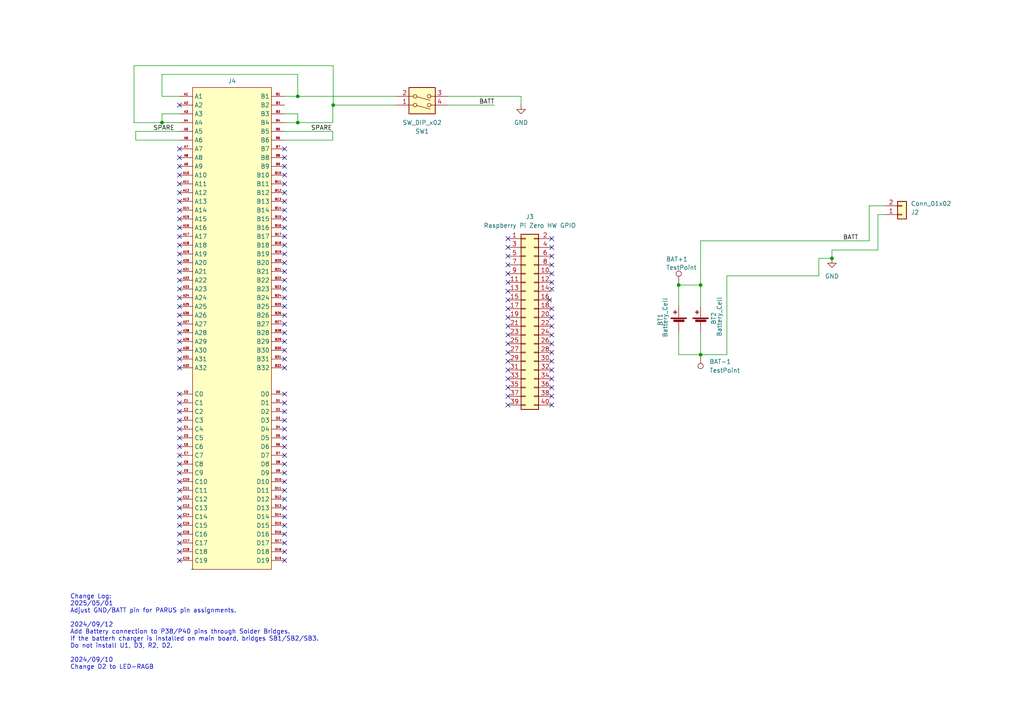
<source format=kicad_sch>
(kicad_sch (version 20250114) (generator "eeschema") (generator_version "9.0")
  (paper "A4")
  (lib_symbols
    (symbol "Connector:TestPoint" (pin_numbers (hide yes)) (pin_names (offset 0.762) (hide yes))
      (property "Reference" "TP" (at 0 6.858 0))
      (property "Value" "TestPoint" (at 0 5.08 0))
      (symbol "TestPoint_0_1"
        (circle (center 0 3.302) (radius 0.762))
      )
      (symbol "TestPoint_1_1"
        (pin passive line (at 0 0 90) (length 2.54) (name "1") (number "1"))
      )
    )
    (symbol "Connector_Generic:Conn_01x02" (pin_names (offset 1.016) (hide yes))
      (property "Reference" "J" (at 0 2.54 0))
      (property "Value" "Conn_01x02" (at 0 -5.08 0))
      (symbol "Conn_01x02_1_1"
        (rectangle (start -1.27 1.27) (end 1.27 -3.81) (stroke (width 0.254)) (fill (type background)))
        (rectangle (start -1.27 0.127) (end 0 -0.127) (stroke (width 0.1524)))
        (rectangle (start -1.27 -2.413) (end 0 -2.667) (stroke (width 0.1524)))
        (pin passive line (at -5.08 0 0) (length 3.81) (name "Pin_1") (number "1"))
        (pin passive line (at -5.08 -2.54 0) (length 3.81) (name "Pin_2") (number "2"))
      )
    )
    (symbol "Connector_Generic:Conn_02x20_Odd_Even" (pin_names (offset 1.016) (hide yes))
      (property "Reference" "J" (at 1.27 25.4 0))
      (property "Value" "Conn_02x20_Odd_Even" (at 1.27 -27.94 0))
      (symbol "Conn_02x20_Odd_Even_1_1"
        (rectangle (start -1.27 24.13) (end 3.81 -26.67) (stroke (width 0.254)) (fill (type background)))
        (rectangle (start -1.27 22.987) (end 0 22.733) (stroke (width 0.1524)))
        (rectangle (start -1.27 20.447) (end 0 20.193) (stroke (width 0.1524)))
        (rectangle (start -1.27 17.907) (end 0 17.653) (stroke (width 0.1524)))
        (rectangle (start -1.27 15.367) (end 0 15.113) (stroke (width 0.1524)))
        (rectangle (start -1.27 12.827) (end 0 12.573) (stroke (width 0.1524)))
        (rectangle (start -1.27 10.287) (end 0 10.033) (stroke (width 0.1524)))
        (rectangle (start -1.27 7.747) (end 0 7.493) (stroke (width 0.1524)))
        (rectangle (start -1.27 5.207) (end 0 4.953) (stroke (width 0.1524)))
        (rectangle (start -1.27 2.667) (end 0 2.413) (stroke (width 0.1524)))
        (rectangle (start -1.27 0.127) (end 0 -0.127) (stroke (width 0.1524)))
        (rectangle (start -1.27 -2.413) (end 0 -2.667) (stroke (width 0.1524)))
        (rectangle (start -1.27 -4.953) (end 0 -5.207) (stroke (width 0.1524)))
        (rectangle (start -1.27 -7.493) (end 0 -7.747) (stroke (width 0.1524)))
        (rectangle (start -1.27 -10.033) (end 0 -10.287) (stroke (width 0.1524)))
        (rectangle (start -1.27 -12.573) (end 0 -12.827) (stroke (width 0.1524)))
        (rectangle (start -1.27 -15.113) (end 0 -15.367) (stroke (width 0.1524)))
        (rectangle (start -1.27 -17.653) (end 0 -17.907) (stroke (width 0.1524)))
        (rectangle (start -1.27 -20.193) (end 0 -20.447) (stroke (width 0.1524)))
        (rectangle (start -1.27 -22.733) (end 0 -22.987) (stroke (width 0.1524)))
        (rectangle (start -1.27 -25.273) (end 0 -25.527) (stroke (width 0.1524)))
        (rectangle (start 3.81 22.987) (end 2.54 22.733) (stroke (width 0.1524)))
        (rectangle (start 3.81 20.447) (end 2.54 20.193) (stroke (width 0.1524)))
        (rectangle (start 3.81 17.907) (end 2.54 17.653) (stroke (width 0.1524)))
        (rectangle (start 3.81 15.367) (end 2.54 15.113) (stroke (width 0.1524)))
        (rectangle (start 3.81 12.827) (end 2.54 12.573) (stroke (width 0.1524)))
        (rectangle (start 3.81 10.287) (end 2.54 10.033) (stroke (width 0.1524)))
        (rectangle (start 3.81 7.747) (end 2.54 7.493) (stroke (width 0.1524)))
        (rectangle (start 3.81 5.207) (end 2.54 4.953) (stroke (width 0.1524)))
        (rectangle (start 3.81 2.667) (end 2.54 2.413) (stroke (width 0.1524)))
        (rectangle (start 3.81 0.127) (end 2.54 -0.127) (stroke (width 0.1524)))
        (rectangle (start 3.81 -2.413) (end 2.54 -2.667) (stroke (width 0.1524)))
        (rectangle (start 3.81 -4.953) (end 2.54 -5.207) (stroke (width 0.1524)))
        (rectangle (start 3.81 -7.493) (end 2.54 -7.747) (stroke (width 0.1524)))
        (rectangle (start 3.81 -10.033) (end 2.54 -10.287) (stroke (width 0.1524)))
        (rectangle (start 3.81 -12.573) (end 2.54 -12.827) (stroke (width 0.1524)))
        (rectangle (start 3.81 -15.113) (end 2.54 -15.367) (stroke (width 0.1524)))
        (rectangle (start 3.81 -17.653) (end 2.54 -17.907) (stroke (width 0.1524)))
        (rectangle (start 3.81 -20.193) (end 2.54 -20.447) (stroke (width 0.1524)))
        (rectangle (start 3.81 -22.733) (end 2.54 -22.987) (stroke (width 0.1524)))
        (rectangle (start 3.81 -25.273) (end 2.54 -25.527) (stroke (width 0.1524)))
        (pin passive line (at -5.08 22.86 0) (length 3.81) (name "Pin_1") (number "1"))
        (pin passive line (at -5.08 20.32 0) (length 3.81) (name "Pin_3") (number "3"))
        (pin passive line (at -5.08 17.78 0) (length 3.81) (name "Pin_5") (number "5"))
        (pin passive line (at -5.08 15.24 0) (length 3.81) (name "Pin_7") (number "7"))
        (pin passive line (at -5.08 12.7 0) (length 3.81) (name "Pin_9") (number "9"))
        (pin passive line (at -5.08 10.16 0) (length 3.81) (name "Pin_11") (number "11"))
        (pin passive line (at -5.08 7.62 0) (length 3.81) (name "Pin_13") (number "13"))
        (pin passive line (at -5.08 5.08 0) (length 3.81) (name "Pin_15") (number "15"))
        (pin passive line (at -5.08 2.54 0) (length 3.81) (name "Pin_17") (number "17"))
        (pin passive line (at -5.08 0 0) (length 3.81) (name "Pin_19") (number "19"))
        (pin passive line (at -5.08 -2.54 0) (length 3.81) (name "Pin_21") (number "21"))
        (pin passive line (at -5.08 -5.08 0) (length 3.81) (name "Pin_23") (number "23"))
        (pin passive line (at -5.08 -7.62 0) (length 3.81) (name "Pin_25") (number "25"))
        (pin passive line (at -5.08 -10.16 0) (length 3.81) (name "Pin_27") (number "27"))
        (pin passive line (at -5.08 -12.7 0) (length 3.81) (name "Pin_29") (number "29"))
        (pin passive line (at -5.08 -15.24 0) (length 3.81) (name "Pin_31") (number "31"))
        (pin passive line (at -5.08 -17.78 0) (length 3.81) (name "Pin_33") (number "33"))
        (pin passive line (at -5.08 -20.32 0) (length 3.81) (name "Pin_35") (number "35"))
        (pin passive line (at -5.08 -22.86 0) (length 3.81) (name "Pin_37") (number "37"))
        (pin passive line (at -5.08 -25.4 0) (length 3.81) (name "Pin_39") (number "39"))
        (pin passive line (at 7.62 22.86 180) (length 3.81) (name "Pin_2") (number "2"))
        (pin passive line (at 7.62 20.32 180) (length 3.81) (name "Pin_4") (number "4"))
        (pin passive line (at 7.62 17.78 180) (length 3.81) (name "Pin_6") (number "6"))
        (pin passive line (at 7.62 15.24 180) (length 3.81) (name "Pin_8") (number "8"))
        (pin passive line (at 7.62 12.7 180) (length 3.81) (name "Pin_10") (number "10"))
        (pin passive line (at 7.62 10.16 180) (length 3.81) (name "Pin_12") (number "12"))
        (pin passive line (at 7.62 7.62 180) (length 3.81) (name "Pin_14") (number "14"))
        (pin passive line (at 7.62 5.08 180) (length 3.81) (name "Pin_16") (number "16"))
        (pin passive line (at 7.62 2.54 180) (length 3.81) (name "Pin_18") (number "18"))
        (pin passive line (at 7.62 0 180) (length 3.81) (name "Pin_20") (number "20"))
        (pin passive line (at 7.62 -2.54 180) (length 3.81) (name "Pin_22") (number "22"))
        (pin passive line (at 7.62 -5.08 180) (length 3.81) (name "Pin_24") (number "24"))
        (pin passive line (at 7.62 -7.62 180) (length 3.81) (name "Pin_26") (number "26"))
        (pin passive line (at 7.62 -10.16 180) (length 3.81) (name "Pin_28") (number "28"))
        (pin passive line (at 7.62 -12.7 180) (length 3.81) (name "Pin_30") (number "30"))
        (pin passive line (at 7.62 -15.24 180) (length 3.81) (name "Pin_32") (number "32"))
        (pin passive line (at 7.62 -17.78 180) (length 3.81) (name "Pin_34") (number "34"))
        (pin passive line (at 7.62 -20.32 180) (length 3.81) (name "Pin_36") (number "36"))
        (pin passive line (at 7.62 -22.86 180) (length 3.81) (name "Pin_38") (number "38"))
        (pin passive line (at 7.62 -25.4 180) (length 3.81) (name "Pin_40") (number "40"))
      )
    )
    (symbol "Device:Battery_Cell" (pin_numbers (hide yes)) (pin_names (offset 0) (hide yes))
      (property "Reference" "BT" (at 2.54 2.54 0))
      (property "Value" "Battery_Cell" (at 2.54 0 0))
      (symbol "Battery_Cell_0_1"
        (rectangle (start -2.286 1.778) (end 2.286 1.524) (fill (type outline)))
        (rectangle (start -1.5748 1.1938) (end 1.4732 0.6858) (fill (type outline)))
        (polyline (pts (xy 0 1.778) (xy 0 2.54)))
        (polyline (pts (xy 0 0.762) (xy 0 0)))
        (polyline (pts (xy 0.508 3.429) (xy 1.524 3.429)) (stroke (width 0.254)))
        (polyline (pts (xy 1.016 3.937) (xy 1.016 2.921)) (stroke (width 0.254)))
      )
      (symbol "Battery_Cell_1_1"
        (pin passive line (at 0 5.08 270) (length 2.54) (name "+") (number "1"))
        (pin passive line (at 0 -2.54 90) (length 2.54) (name "-") (number "2"))
      )
    )
    (symbol "Switch:SW_DIP_x02" (pin_names (offset 0) (hide yes))
      (property "Reference" "SW" (at 0 6.35 0))
      (property "Value" "SW_DIP_x02" (at 0 -3.81 0))
      (symbol "SW_DIP_x02_0_0"
        (circle (center -2.032 2.54) (radius 0.508))
        (circle (center -2.032 0) (radius 0.508))
        (polyline (pts (xy -1.524 2.667) (xy 2.3622 3.7084)))
        (polyline (pts (xy -1.524 0.127) (xy 2.3622 1.1684)))
        (circle (center 2.032 2.54) (radius 0.508))
        (circle (center 2.032 0) (radius 0.508))
      )
      (symbol "SW_DIP_x02_0_1"
        (rectangle (start -3.81 5.08) (end 3.81 -2.54) (stroke (width 0.254)) (fill (type background)))
      )
      (symbol "SW_DIP_x02_1_1"
        (pin passive line (at -7.62 2.54 0) (length 5.08) (name "~") (number "1"))
        (pin passive line (at -7.62 0 0) (length 5.08) (name "~") (number "2"))
        (pin passive line (at 7.62 2.54 180) (length 5.08) (name "~") (number "4"))
        (pin passive line (at 7.62 0 180) (length 5.08) (name "~") (number "3"))
      )
    )
    (symbol "VST104_symbols:PC104"
      (property "Reference" "J" (at 1.27 -1.27 0))
      (symbol "PC104_0_1"
        (rectangle (start 0 139.7) (end 22.86 0) (fill (type background)))
      )
      (symbol "PC104_1_1"
        (pin bidirectional line (at -3.81 137.16 0) (length 3.81) (name "A1") (number "A1"))
        (pin bidirectional line (at -3.81 134.62 0) (length 3.81) (name "A2") (number "A2"))
        (pin bidirectional line (at -3.81 132.08 0) (length 3.81) (name "A3") (number "A3"))
        (pin bidirectional line (at -3.81 129.54 0) (length 3.81) (name "A4") (number "A4"))
        (pin bidirectional line (at -3.81 127 0) (length 3.81) (name "A5") (number "A5"))
        (pin bidirectional line (at -3.81 124.46 0) (length 3.81) (name "A6") (number "A6"))
        (pin bidirectional line (at -3.81 121.92 0) (length 3.81) (name "A7") (number "A7"))
        (pin bidirectional line (at -3.81 119.38 0) (length 3.81) (name "A8") (number "A8"))
        (pin bidirectional line (at -3.81 116.84 0) (length 3.81) (name "A9") (number "A9"))
        (pin bidirectional line (at -3.81 114.3 0) (length 3.81) (name "A10") (number "A10"))
        (pin bidirectional line (at -3.81 111.76 0) (length 3.81) (name "A11") (number "A11"))
        (pin bidirectional line (at -3.81 109.22 0) (length 3.81) (name "A12") (number "A12"))
        (pin bidirectional line (at -3.81 106.68 0) (length 3.81) (name "A13") (number "A13"))
        (pin bidirectional line (at -3.81 104.14 0) (length 3.81) (name "A14") (number "A14"))
        (pin bidirectional line (at -3.81 101.6 0) (length 3.81) (name "A15") (number "A15"))
        (pin bidirectional line (at -3.81 99.06 0) (length 3.81) (name "A16") (number "A16"))
        (pin bidirectional line (at -3.81 96.52 0) (length 3.81) (name "A17") (number "A17"))
        (pin bidirectional line (at -3.81 93.98 0) (length 3.81) (name "A18") (number "A18"))
        (pin bidirectional line (at -3.81 91.44 0) (length 3.81) (name "A19") (number "A19"))
        (pin bidirectional line (at -3.81 88.9 0) (length 3.81) (name "A20") (number "A20"))
        (pin bidirectional line (at -3.81 86.36 0) (length 3.81) (name "A21") (number "A21"))
        (pin bidirectional line (at -3.81 83.82 0) (length 3.81) (name "A22") (number "A22"))
        (pin bidirectional line (at -3.81 81.28 0) (length 3.81) (name "A23") (number "A23"))
        (pin bidirectional line (at -3.81 78.74 0) (length 3.81) (name "A24") (number "A24"))
        (pin bidirectional line (at -3.81 76.2 0) (length 3.81) (name "A25") (number "A25"))
        (pin bidirectional line (at -3.81 73.66 0) (length 3.81) (name "A26") (number "A26"))
        (pin bidirectional line (at -3.81 71.12 0) (length 3.81) (name "A27") (number "A27"))
        (pin bidirectional line (at -3.81 68.58 0) (length 3.81) (name "A28") (number "A28"))
        (pin bidirectional line (at -3.81 66.04 0) (length 3.81) (name "A29") (number "A29"))
        (pin bidirectional line (at -3.81 63.5 0) (length 3.81) (name "A30") (number "A30"))
        (pin bidirectional line (at -3.81 60.96 0) (length 3.81) (name "A31") (number "A31"))
        (pin bidirectional line (at -3.81 58.42 0) (length 3.81) (name "A32") (number "A32"))
        (pin bidirectional line (at -3.81 50.8 0) (length 3.81) (name "C0") (number "C0"))
        (pin bidirectional line (at -3.81 48.26 0) (length 3.81) (name "C1") (number "C1"))
        (pin bidirectional line (at -3.81 45.72 0) (length 3.81) (name "C2") (number "C2"))
        (pin bidirectional line (at -3.81 43.18 0) (length 3.81) (name "C3") (number "C3"))
        (pin bidirectional line (at -3.81 40.64 0) (length 3.81) (name "C4") (number "C4"))
        (pin bidirectional line (at -3.81 38.1 0) (length 3.81) (name "C5") (number "C5"))
        (pin bidirectional line (at -3.81 35.56 0) (length 3.81) (name "C6") (number "C6"))
        (pin bidirectional line (at -3.81 33.02 0) (length 3.81) (name "C7") (number "C7"))
        (pin bidirectional line (at -3.81 30.48 0) (length 3.81) (name "C8") (number "C8"))
        (pin bidirectional line (at -3.81 27.94 0) (length 3.81) (name "C9") (number "C9"))
        (pin bidirectional line (at -3.81 25.4 0) (length 3.81) (name "C10") (number "C10"))
        (pin bidirectional line (at -3.81 22.86 0) (length 3.81) (name "C11") (number "C11"))
        (pin bidirectional line (at -3.81 20.32 0) (length 3.81) (name "C12") (number "C12"))
        (pin bidirectional line (at -3.81 17.78 0) (length 3.81) (name "C13") (number "C13"))
        (pin bidirectional line (at -3.81 15.24 0) (length 3.81) (name "C14") (number "C14"))
        (pin bidirectional line (at -3.81 12.7 0) (length 3.81) (name "C15") (number "C15"))
        (pin bidirectional line (at -3.81 10.16 0) (length 3.81) (name "C16") (number "C16"))
        (pin bidirectional line (at -3.81 7.62 0) (length 3.81) (name "C17") (number "C17"))
        (pin bidirectional line (at -3.81 5.08 0) (length 3.81) (name "C18") (number "C18"))
        (pin bidirectional line (at -3.81 2.54 0) (length 3.81) (name "C19") (number "C19"))
        (pin bidirectional line (at 26.67 137.16 180) (length 3.81) (name "B1") (number "B1"))
        (pin bidirectional line (at 26.67 134.62 180) (length 3.81) (name "B2") (number "B2"))
        (pin bidirectional line (at 26.67 132.08 180) (length 3.81) (name "B3") (number "B3"))
        (pin bidirectional line (at 26.67 129.54 180) (length 3.81) (name "B4") (number "B4"))
        (pin bidirectional line (at 26.67 127 180) (length 3.81) (name "B5") (number "B5"))
        (pin bidirectional line (at 26.67 124.46 180) (length 3.81) (name "B6") (number "B6"))
        (pin bidirectional line (at 26.67 121.92 180) (length 3.81) (name "B7") (number "B7"))
        (pin bidirectional line (at 26.67 119.38 180) (length 3.81) (name "B8") (number "B8"))
        (pin bidirectional line (at 26.67 116.84 180) (length 3.81) (name "B9") (number "B9"))
        (pin bidirectional line (at 26.67 114.3 180) (length 3.81) (name "B10") (number "B10"))
        (pin bidirectional line (at 26.67 111.76 180) (length 3.81) (name "B11") (number "B11"))
        (pin bidirectional line (at 26.67 109.22 180) (length 3.81) (name "B12") (number "B12"))
        (pin bidirectional line (at 26.67 106.68 180) (length 3.81) (name "B13") (number "B13"))
        (pin bidirectional line (at 26.67 104.14 180) (length 3.81) (name "B14") (number "B14"))
        (pin bidirectional line (at 26.67 101.6 180) (length 3.81) (name "B15") (number "B15"))
        (pin bidirectional line (at 26.67 99.06 180) (length 3.81) (name "B16") (number "B16"))
        (pin bidirectional line (at 26.67 96.52 180) (length 3.81) (name "B17") (number "B17"))
        (pin bidirectional line (at 26.67 93.98 180) (length 3.81) (name "B18") (number "B18"))
        (pin bidirectional line (at 26.67 91.44 180) (length 3.81) (name "B19") (number "B19"))
        (pin bidirectional line (at 26.67 88.9 180) (length 3.81) (name "B20") (number "B20"))
        (pin bidirectional line (at 26.67 86.36 180) (length 3.81) (name "B21") (number "B21"))
        (pin bidirectional line (at 26.67 83.82 180) (length 3.81) (name "B22") (number "B22"))
        (pin bidirectional line (at 26.67 81.28 180) (length 3.81) (name "B23") (number "B23"))
        (pin bidirectional line (at 26.67 78.74 180) (length 3.81) (name "B24") (number "B24"))
        (pin power_in line (at 26.67 76.2 180) (length 3.81) (name "B25") (number "B25"))
        (pin power_in line (at 26.67 73.66 180) (length 3.81) (name "B26") (number "B26"))
        (pin power_in line (at 26.67 71.12 180) (length 3.81) (name "B27") (number "B27"))
        (pin power_in line (at 26.67 68.58 180) (length 3.81) (name "B28") (number "B28"))
        (pin power_in line (at 26.67 66.04 180) (length 3.81) (name "B29") (number "B29"))
        (pin power_in line (at 26.67 63.5 180) (length 3.81) (name "B30") (number "B30"))
        (pin power_in line (at 26.67 60.96 180) (length 3.81) (name "B31") (number "B31"))
        (pin power_in line (at 26.67 58.42 180) (length 3.81) (name "B32") (number "B32"))
        (pin bidirectional line (at 26.67 50.8 180) (length 3.81) (name "D0") (number "D0"))
        (pin bidirectional line (at 26.67 48.26 180) (length 3.81) (name "D1") (number "D1"))
        (pin bidirectional line (at 26.67 45.72 180) (length 3.81) (name "D2") (number "D2"))
        (pin bidirectional line (at 26.67 43.18 180) (length 3.81) (name "D3") (number "D3"))
        (pin bidirectional line (at 26.67 40.64 180) (length 3.81) (name "D4") (number "D4"))
        (pin bidirectional line (at 26.67 38.1 180) (length 3.81) (name "D5") (number "D5"))
        (pin bidirectional line (at 26.67 35.56 180) (length 3.81) (name "D6") (number "D6"))
        (pin bidirectional line (at 26.67 33.02 180) (length 3.81) (name "D7") (number "D7"))
        (pin bidirectional line (at 26.67 30.48 180) (length 3.81) (name "D8") (number "D8"))
        (pin bidirectional line (at 26.67 27.94 180) (length 3.81) (name "D9") (number "D9"))
        (pin bidirectional line (at 26.67 25.4 180) (length 3.81) (name "D10") (number "D10"))
        (pin bidirectional line (at 26.67 22.86 180) (length 3.81) (name "D11") (number "D11"))
        (pin bidirectional line (at 26.67 20.32 180) (length 3.81) (name "D12") (number "D12"))
        (pin bidirectional line (at 26.67 17.78 180) (length 3.81) (name "D13") (number "D13"))
        (pin bidirectional line (at 26.67 15.24 180) (length 3.81) (name "D14") (number "D14"))
        (pin bidirectional line (at 26.67 12.7 180) (length 3.81) (name "D15") (number "D15"))
        (pin bidirectional line (at 26.67 10.16 180) (length 3.81) (name "D16") (number "D16"))
        (pin bidirectional line (at 26.67 7.62 180) (length 3.81) (name "D17") (number "D17"))
        (pin bidirectional line (at 26.67 5.08 180) (length 3.81) (name "D18") (number "D18"))
        (pin bidirectional line (at 26.67 2.54 180) (length 3.81) (name "D19") (number "D19"))
      )
    )
    (symbol "power:GND" (power) (pin_names (offset 0))
      (property "Value" "GND" (at 0 -3.81 0))
      (symbol "GND_0_1"
        (polyline (pts (xy 0 0) (xy 0 -1.27) (xy 1.27 -1.27) (xy 0 -2.54) (xy -1.27 -1.27) (xy 0 -1.27)))
      )
      (symbol "GND_1_1"
        (pin power_in line (at 0 0 270) (length 0) (hide yes) (name "GND") (number "1"))
      )
    )
  )
  (text "Change Log:\n2025/05/01\nAdjust GND/BATT pin for PARUS pin assignments.\n\n2024/09/12\nAdd Battery connection to P38/P40 pins through Solder Bridges.\nIf the batterh charger is installed on main board, bridges SB1/SB2/SB3.\nDo not install U1, D3, R2, D2.\n\n2024/09/10\nChange D2 to LED-RAGB\n" (at 20.32 194.31 0) (effects (font (size 1.27 1.27)) (justify left bottom)))
  (junction (at 203.2 82.677))
  (junction (at 241.3 74.93))
  (junction (at 86.36 27.94))
  (junction (at 86.36 35.56))
  (junction (at 46.99 35.56))
  (junction (at 96.647 30.48))
  (junction (at 203.2 102.87))
  (junction (at 196.85 82.677))
  (no_connect (at 147.32 94.615))
  (no_connect (at 147.32 104.775))
  (no_connect (at 147.32 76.835))
  (no_connect (at 52.07 76.2))
  (no_connect (at 82.55 134.62))
  (no_connect (at 147.32 102.235))
  (no_connect (at 160.02 74.295))
  (no_connect (at 159.385 86.995))
  (no_connect (at 160.02 112.395))
  (no_connect (at 52.07 106.68))
  (no_connect (at 147.32 81.915))
  (no_connect (at 82.55 129.54))
  (no_connect (at 52.07 144.78))
  (no_connect (at 82.55 88.9))
  (no_connect (at 52.07 96.52))
  (no_connect (at 160.02 92.075))
  (no_connect (at 52.07 45.72))
  (no_connect (at 52.07 88.9))
  (no_connect (at 52.07 134.62))
  (no_connect (at 147.32 99.695))
  (no_connect (at 82.55 147.32))
  (no_connect (at 160.02 71.755))
  (no_connect (at 82.55 101.6))
  (no_connect (at 52.07 53.34))
  (no_connect (at 82.55 45.72))
  (no_connect (at 82.55 144.78))
  (no_connect (at 160.02 107.315))
  (no_connect (at 147.32 97.155))
  (no_connect (at 52.07 71.12))
  (no_connect (at 82.55 142.24))
  (no_connect (at 52.07 68.58))
  (no_connect (at 160.02 97.155))
  (no_connect (at 52.07 137.16))
  (no_connect (at 52.07 30.48))
  (no_connect (at 52.07 154.94))
  (no_connect (at 160.02 117.475))
  (no_connect (at 82.55 116.84))
  (no_connect (at 82.55 119.38))
  (no_connect (at 52.07 81.28))
  (no_connect (at 82.55 152.4))
  (no_connect (at 82.55 124.46))
  (no_connect (at 147.32 69.215))
  (no_connect (at 82.55 55.88))
  (no_connect (at 147.32 79.375))
  (no_connect (at 82.55 93.98))
  (no_connect (at 52.07 55.88))
  (no_connect (at 82.55 68.58))
  (no_connect (at 52.07 73.66))
  (no_connect (at 160.02 94.615))
  (no_connect (at 52.07 78.74))
  (no_connect (at 82.55 81.28))
  (no_connect (at 82.55 78.74))
  (no_connect (at 160.02 102.235))
  (no_connect (at 52.07 99.06))
  (no_connect (at 147.32 112.395))
  (no_connect (at 52.07 83.82))
  (no_connect (at 52.07 63.5))
  (no_connect (at 160.02 76.835))
  (no_connect (at 147.32 84.455))
  (no_connect (at 52.07 124.46))
  (no_connect (at 82.55 127))
  (no_connect (at 52.07 60.96))
  (no_connect (at 82.55 162.56))
  (no_connect (at 82.55 63.5))
  (no_connect (at 52.07 142.24))
  (no_connect (at 82.55 60.96))
  (no_connect (at 52.07 86.36))
  (no_connect (at 82.55 43.18))
  (no_connect (at 52.07 58.42))
  (no_connect (at 82.55 137.16))
  (no_connect (at 82.55 106.68))
  (no_connect (at 52.07 50.8))
  (no_connect (at 52.07 132.08))
  (no_connect (at 82.55 71.12))
  (no_connect (at 52.07 147.32))
  (no_connect (at 82.55 50.8))
  (no_connect (at 52.07 116.84))
  (no_connect (at 52.07 152.4))
  (no_connect (at 82.55 48.26))
  (no_connect (at 82.55 154.94))
  (no_connect (at 82.55 66.04))
  (no_connect (at 52.07 129.54))
  (no_connect (at 147.32 86.995))
  (no_connect (at 52.07 121.92))
  (no_connect (at 82.55 139.7))
  (no_connect (at 82.55 99.06))
  (no_connect (at 52.07 119.38))
  (no_connect (at 82.55 53.34))
  (no_connect (at 82.55 76.2))
  (no_connect (at 52.07 162.56))
  (no_connect (at 82.55 96.52))
  (no_connect (at 52.07 149.86))
  (no_connect (at 147.32 117.475))
  (no_connect (at 52.07 127))
  (no_connect (at 82.55 157.48))
  (no_connect (at 52.07 66.04))
  (no_connect (at 147.32 74.295))
  (no_connect (at 160.02 109.855))
  (no_connect (at 160.02 104.775))
  (no_connect (at 82.55 58.42))
  (no_connect (at 147.32 109.855))
  (no_connect (at 147.32 89.535))
  (no_connect (at 82.55 104.14))
  (no_connect (at 52.07 48.26))
  (no_connect (at 52.07 101.6))
  (no_connect (at 160.02 83.82))
  (no_connect (at 147.32 107.315))
  (no_connect (at 82.55 160.02))
  (no_connect (at 82.55 132.08))
  (no_connect (at 82.55 73.66))
  (no_connect (at 82.55 83.82))
  (no_connect (at 160.02 89.535))
  (no_connect (at 82.55 149.86))
  (no_connect (at 160.02 69.215))
  (no_connect (at 52.07 160.02))
  (no_connect (at 82.55 86.36))
  (no_connect (at 82.55 114.3))
  (no_connect (at 52.07 91.44))
  (no_connect (at 160.02 99.695))
  (no_connect (at 82.55 91.44))
  (no_connect (at 52.07 139.7))
  (no_connect (at 147.32 114.935))
  (no_connect (at 52.07 43.18))
  (no_connect (at 160.02 114.935))
  (no_connect (at 147.32 71.755))
  (no_connect (at 52.07 104.14))
  (no_connect (at 82.55 121.92))
  (no_connect (at 52.07 114.3))
  (no_connect (at 147.32 92.075))
  (no_connect (at 52.07 93.98))
  (no_connect (at 160.02 81.915))
  (no_connect (at 160.02 79.375))
  (no_connect (at 52.07 157.48))
  (wire (pts (xy 256.54 59.69) (xy 252.095 59.69)))
  (wire (pts (xy 203.2 69.85) (xy 252.095 69.85)))
  (wire (pts (xy 46.99 33.02) (xy 46.99 35.56)))
  (wire (pts (xy 46.99 27.94) (xy 52.07 27.94)))
  (wire (pts (xy 39.37 38.1) (xy 39.37 40.64)))
  (wire (pts (xy 203.2 82.677) (xy 196.85 82.677)))
  (wire (pts (xy 82.55 35.56) (xy 86.36 35.56)))
  (wire (pts (xy 86.36 35.56) (xy 96.52 35.56)))
  (wire (pts (xy 237.49 80.01) (xy 237.49 74.93)))
  (wire (pts (xy 96.52 30.48) (xy 96.647 30.48)))
  (wire (pts (xy 38.862 19.05) (xy 96.647 19.05)))
  (wire (pts (xy 203.2 69.85) (xy 203.2 82.677)))
  (wire (pts (xy 82.55 27.94) (xy 86.36 27.94)))
  (wire (pts (xy 252.095 59.69) (xy 252.095 69.85)))
  (wire (pts (xy 210.82 102.87) (xy 210.82 80.01)))
  (wire (pts (xy 86.36 27.94) (xy 86.36 21.59)))
  (wire (pts (xy 196.85 82.677) (xy 196.85 88.9)))
  (wire (pts (xy 241.3 72.517) (xy 254.635 72.517)))
  (wire (pts (xy 52.07 33.02) (xy 46.99 33.02)))
  (wire (pts (xy 86.36 33.02) (xy 86.36 35.56)))
  (wire (pts (xy 130.048 30.48) (xy 143.383 30.48)))
  (wire (pts (xy 46.99 27.94) (xy 46.99 21.59)))
  (wire (pts (xy 241.3 74.93) (xy 241.3 75.057)))
  (wire (pts (xy 38.862 35.56) (xy 46.99 35.56)))
  (wire (pts (xy 39.37 40.64) (xy 52.07 40.64)))
  (wire (pts (xy 256.54 62.23) (xy 254.635 62.23)))
  (wire (pts (xy 151.13 30.48) (xy 151.13 27.94)))
  (wire (pts (xy 96.52 38.1) (xy 96.52 40.64)))
  (wire (pts (xy 241.3 72.517) (xy 241.3 74.93)))
  (wire (pts (xy 82.55 33.02) (xy 86.36 33.02)))
  (wire (pts (xy 196.85 102.87) (xy 203.2 102.87)))
  (wire (pts (xy 130.048 27.94) (xy 151.13 27.94)))
  (wire (pts (xy 196.85 96.52) (xy 196.85 102.87)))
  (wire (pts (xy 114.808 30.48) (xy 96.647 30.48)))
  (wire (pts (xy 38.862 19.05) (xy 38.862 35.56)))
  (wire (pts (xy 96.647 19.05) (xy 96.647 30.48)))
  (wire (pts (xy 96.52 30.48) (xy 96.52 35.56)))
  (wire (pts (xy 203.2 82.677) (xy 203.2 88.9)))
  (wire (pts (xy 210.82 80.01) (xy 237.49 80.01)))
  (wire (pts (xy 254.635 62.23) (xy 254.635 72.517)))
  (wire (pts (xy 203.2 96.52) (xy 203.2 102.87)))
  (wire (pts (xy 46.99 21.59) (xy 86.36 21.59)))
  (wire (pts (xy 52.07 38.1) (xy 39.37 38.1)))
  (wire (pts (xy 237.49 74.93) (xy 241.3 74.93)))
  (wire (pts (xy 203.2 102.87) (xy 210.82 102.87)))
  (wire (pts (xy 82.55 38.1) (xy 96.52 38.1)))
  (wire (pts (xy 82.55 40.64) (xy 96.52 40.64)))
  (wire (pts (xy 86.36 27.94) (xy 114.808 27.94)))
  (wire (pts (xy 46.99 35.56) (xy 52.07 35.56)))
  (label "SPARE" (at 90.17 38.1 0))
  (label "BATT" (at 244.475 69.85 0))
  (label "BATT" (at 138.938 30.48 0))
  (label "SPARE" (at 44.45 38.1 0))
  (symbol (lib_id "Connector:TestPoint") (at 196.85 82.677 0) (unit 1)
    (property "Reference" "BAT+1" (at 193.167 75.184 0) (effects (justify left)))
    (property "Value" "TestPoint" (at 193.167 77.597 0) (effects (justify left)))
    (property "Footprint" "TestPoint:TestPoint_THTPad_2.0x2.0mm_Drill1.0mm" (effects (hide yes)))
  )
  (symbol (lib_id "Connector_Generic:Conn_01x02") (at 261.62 62.23 0) (mirror x) (unit 1)
    (property "Reference" "J2" (at 264.16 61.595 0) (effects (justify left)))
    (property "Value" "Conn_01x02" (at 264.16 59.055 0) (effects (justify left)))
    (property "Footprint" "Connector_JST:JST_PH_B2B-PH-K_1x02_P2.00mm_Vertical" (effects (hide yes)))
  )
  (symbol (lib_id "Connector:TestPoint") (at 203.2 102.87 180) (unit 1)
    (property "Reference" "BAT-1" (at 205.74 104.9019 0) (effects (justify right)))
    (property "Value" "TestPoint" (at 205.74 107.4419 0) (effects (justify right)))
    (property "Footprint" "TestPoint:TestPoint_THTPad_2.0x2.0mm_Drill1.0mm" (effects (hide yes)))
  )
  (symbol (lib_id "Switch:SW_DIP_x02") (at 122.428 27.94 0) (mirror x) (unit 1)
    (property "Reference" "SW1" (at 122.428 38.1 0))
    (property "Value" "SW_DIP_x02" (at 122.428 35.56 0))
    (property "Footprint" "Button_Switch_THT:SW_DIP_SPSTx02_Piano_10.8x6.64mm_W7.62mm_P2.54mm" (effects (hide yes)))
    (property "Description" "2x DIP Switch, Single Pole Single Throw (SPST) switch, small symbol" (effects (hide yes)))
  )
  (symbol (lib_id "VST104_symbols:PC104") (at 55.88 165.1 0) (unit 1)
    (property "Reference" "J4" (at 67.31 23.495 0))
    (property "Value" "~" (at 55.88 165.1 0))
    (property "Footprint" "VST104_footprints:CubeSat_PC104_16bit_footprint_Edge.Cut" (effects (hide yes)))
  )
  (symbol (lib_id "power:GND") (at 151.13 30.48 0) (unit 1)
    (property "Reference" "#PWR03" (effects (hide yes)))
    (property "Value" "GND" (at 151.13 35.56 0))
  )
  (symbol (lib_id "Device:Battery_Cell") (at 196.85 93.98 0) (mirror y) (unit 1)
    (property "Reference" "BT1" (at 191.516 92.71 90))
    (property "Value" "Battery_Cell" (at 192.913 92.075 90))
    (property "Footprint" "Battery:BatteryHolder_MPD_BH-18650-PC2" (effects (hide yes)))
  )
  (symbol (lib_id "Connector_Generic:Conn_02x20_Odd_Even") (at 152.4 92.075 0) (unit 1)
    (property "Reference" "J3" (at 153.67 62.865 0))
    (property "Value" "Raspberry Pi Zero HW GPIO" (at 153.67 65.405 0))
    (property "Footprint" "Connector_PinSocket_2.54mm:PinSocket_2x20_P2.54mm_Vertical" (effects (hide yes)))
  )
  (symbol (lib_id "power:GND") (at 241.3 75.057 0) (unit 1)
    (property "Reference" "#PWR0101" (effects (hide yes)))
    (property "Value" "GND" (at 241.3 80.137 0))
  )
  (symbol (lib_id "Device:Battery_Cell") (at 203.2 93.98 0) (mirror y) (unit 1)
    (property "Reference" "BT2" (at 207.01 92.329 90))
    (property "Value" "Battery_Cell" (at 208.661 91.821 90))
    (property "Footprint" "Battery:BatteryHolder_MPD_BH-18650-PC2" (effects (hide yes)))
  )
)
</source>
